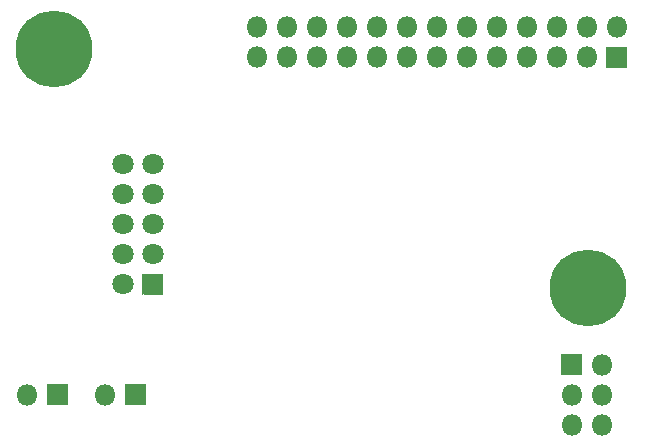
<source format=gbs>
G04 #@! TF.GenerationSoftware,KiCad,Pcbnew,(5.1.10-1-10_14)*
G04 #@! TF.CreationDate,2021-11-11T19:55:44+01:00*
G04 #@! TF.ProjectId,Demo Project 01,44656d6f-2050-4726-9f6a-656374203031,mk0*
G04 #@! TF.SameCoordinates,Original*
G04 #@! TF.FileFunction,Soldermask,Bot*
G04 #@! TF.FilePolarity,Negative*
%FSLAX46Y46*%
G04 Gerber Fmt 4.6, Leading zero omitted, Abs format (unit mm)*
G04 Created by KiCad (PCBNEW (5.1.10-1-10_14)) date 2021-11-11 19:55:44*
%MOMM*%
%LPD*%
G01*
G04 APERTURE LIST*
%ADD10O,1.802000X1.802000*%
%ADD11C,1.802000*%
%ADD12C,6.502000*%
%ADD13C,0.902000*%
%ADD14C,0.100000*%
G04 APERTURE END LIST*
D10*
X76327000Y-141351000D03*
G36*
G01*
X78017000Y-140450000D02*
X79717000Y-140450000D01*
G75*
G02*
X79768000Y-140501000I0J-51000D01*
G01*
X79768000Y-142201000D01*
G75*
G02*
X79717000Y-142252000I-51000J0D01*
G01*
X78017000Y-142252000D01*
G75*
G02*
X77966000Y-142201000I0J51000D01*
G01*
X77966000Y-140501000D01*
G75*
G02*
X78017000Y-140450000I51000J0D01*
G01*
G37*
G36*
G01*
X87832500Y-131380500D02*
X87832500Y-132652500D01*
G75*
G02*
X87567500Y-132917500I-265000J0D01*
G01*
X86295500Y-132917500D01*
G75*
G02*
X86030500Y-132652500I0J265000D01*
G01*
X86030500Y-131380500D01*
G75*
G02*
X86295500Y-131115500I265000J0D01*
G01*
X87567500Y-131115500D01*
G75*
G02*
X87832500Y-131380500I0J-265000D01*
G01*
G37*
D11*
X86931500Y-129476500D03*
X86931500Y-126936500D03*
X86931500Y-124396500D03*
X86931500Y-121856500D03*
X84391500Y-132016500D03*
X84391500Y-129476500D03*
X84391500Y-126936500D03*
X84391500Y-124396500D03*
X84391500Y-121856500D03*
G36*
G01*
X121527000Y-139661000D02*
X121527000Y-137961000D01*
G75*
G02*
X121578000Y-137910000I51000J0D01*
G01*
X123278000Y-137910000D01*
G75*
G02*
X123329000Y-137961000I0J-51000D01*
G01*
X123329000Y-139661000D01*
G75*
G02*
X123278000Y-139712000I-51000J0D01*
G01*
X121578000Y-139712000D01*
G75*
G02*
X121527000Y-139661000I0J51000D01*
G01*
G37*
D10*
X124968000Y-138811000D03*
X122428000Y-141351000D03*
X124968000Y-141351000D03*
X122428000Y-143891000D03*
X124968000Y-143891000D03*
X82931000Y-141351000D03*
G36*
G01*
X84621000Y-140450000D02*
X86321000Y-140450000D01*
G75*
G02*
X86372000Y-140501000I0J-51000D01*
G01*
X86372000Y-142201000D01*
G75*
G02*
X86321000Y-142252000I-51000J0D01*
G01*
X84621000Y-142252000D01*
G75*
G02*
X84570000Y-142201000I0J51000D01*
G01*
X84570000Y-140501000D01*
G75*
G02*
X84621000Y-140450000I51000J0D01*
G01*
G37*
G36*
G01*
X127088000Y-113677000D02*
X125388000Y-113677000D01*
G75*
G02*
X125337000Y-113626000I0J51000D01*
G01*
X125337000Y-111926000D01*
G75*
G02*
X125388000Y-111875000I51000J0D01*
G01*
X127088000Y-111875000D01*
G75*
G02*
X127139000Y-111926000I0J-51000D01*
G01*
X127139000Y-113626000D01*
G75*
G02*
X127088000Y-113677000I-51000J0D01*
G01*
G37*
X126238000Y-110236000D03*
X123698000Y-112776000D03*
X123698000Y-110236000D03*
X121158000Y-112776000D03*
X121158000Y-110236000D03*
X118618000Y-112776000D03*
X118618000Y-110236000D03*
X116078000Y-112776000D03*
X116078000Y-110236000D03*
X113538000Y-112776000D03*
X113538000Y-110236000D03*
X110998000Y-112776000D03*
X110998000Y-110236000D03*
X108458000Y-112776000D03*
X108458000Y-110236000D03*
X105918000Y-112776000D03*
X105918000Y-110236000D03*
X103378000Y-112776000D03*
X103378000Y-110236000D03*
X100838000Y-112776000D03*
X100838000Y-110236000D03*
X98298000Y-112776000D03*
X98298000Y-110236000D03*
X95758000Y-112776000D03*
X95758000Y-110236000D03*
D12*
X78587600Y-112064800D03*
D13*
X80987600Y-112064800D03*
X80284656Y-113761856D03*
X78587600Y-114464800D03*
X76890544Y-113761856D03*
X76187600Y-112064800D03*
X76890544Y-110367744D03*
X78587600Y-109664800D03*
X80284656Y-110367744D03*
X125522056Y-130636944D03*
X123825000Y-129934000D03*
X122127944Y-130636944D03*
X121425000Y-132334000D03*
X122127944Y-134031056D03*
X123825000Y-134734000D03*
X125522056Y-134031056D03*
X126225000Y-132334000D03*
D12*
X123825000Y-132334000D03*
D14*
G36*
X86032490Y-132652304D02*
G01*
X86037562Y-132703804D01*
X86052529Y-132753142D01*
X86076832Y-132798610D01*
X86109538Y-132838462D01*
X86149390Y-132871168D01*
X86194858Y-132895471D01*
X86244196Y-132910438D01*
X86295696Y-132915510D01*
X86297322Y-132916675D01*
X86297126Y-132918665D01*
X86295500Y-132919500D01*
X86213403Y-132919500D01*
X86213207Y-132919490D01*
X86172704Y-132915501D01*
X86172319Y-132915425D01*
X86139267Y-132905399D01*
X86138905Y-132905249D01*
X86108454Y-132888972D01*
X86108128Y-132888754D01*
X86081432Y-132866845D01*
X86081155Y-132866568D01*
X86059246Y-132839872D01*
X86059028Y-132839546D01*
X86042751Y-132809095D01*
X86042601Y-132808733D01*
X86032575Y-132775681D01*
X86032499Y-132775296D01*
X86028510Y-132734793D01*
X86028500Y-132734597D01*
X86028500Y-132652500D01*
X86029500Y-132650768D01*
X86031500Y-132650768D01*
X86032490Y-132652304D01*
G37*
G36*
X87833665Y-132650874D02*
G01*
X87834500Y-132652500D01*
X87834500Y-132734597D01*
X87834490Y-132734793D01*
X87830501Y-132775296D01*
X87830425Y-132775681D01*
X87820399Y-132808733D01*
X87820249Y-132809095D01*
X87803972Y-132839546D01*
X87803754Y-132839872D01*
X87781845Y-132866568D01*
X87781568Y-132866845D01*
X87754872Y-132888754D01*
X87754546Y-132888972D01*
X87724095Y-132905249D01*
X87723733Y-132905399D01*
X87690681Y-132915425D01*
X87690296Y-132915501D01*
X87649793Y-132919490D01*
X87649597Y-132919500D01*
X87567500Y-132919500D01*
X87565768Y-132918500D01*
X87565768Y-132916500D01*
X87567304Y-132915510D01*
X87618804Y-132910438D01*
X87668142Y-132895471D01*
X87713610Y-132871168D01*
X87753462Y-132838462D01*
X87786168Y-132798610D01*
X87810471Y-132753142D01*
X87825438Y-132703804D01*
X87830510Y-132652304D01*
X87831675Y-132650678D01*
X87833665Y-132650874D01*
G37*
G36*
X86297232Y-131114500D02*
G01*
X86297232Y-131116500D01*
X86295696Y-131117490D01*
X86244196Y-131122562D01*
X86194858Y-131137529D01*
X86149390Y-131161832D01*
X86109538Y-131194538D01*
X86076832Y-131234390D01*
X86052529Y-131279858D01*
X86037562Y-131329196D01*
X86032490Y-131380696D01*
X86031325Y-131382322D01*
X86029335Y-131382126D01*
X86028500Y-131380500D01*
X86028500Y-131298403D01*
X86028510Y-131298207D01*
X86032499Y-131257704D01*
X86032575Y-131257319D01*
X86042601Y-131224267D01*
X86042751Y-131223905D01*
X86059028Y-131193454D01*
X86059246Y-131193128D01*
X86081155Y-131166432D01*
X86081432Y-131166155D01*
X86108128Y-131144246D01*
X86108454Y-131144028D01*
X86138905Y-131127751D01*
X86139267Y-131127601D01*
X86172319Y-131117575D01*
X86172704Y-131117499D01*
X86213207Y-131113510D01*
X86213403Y-131113500D01*
X86295500Y-131113500D01*
X86297232Y-131114500D01*
G37*
G36*
X87649793Y-131113510D02*
G01*
X87690296Y-131117499D01*
X87690681Y-131117575D01*
X87723733Y-131127601D01*
X87724095Y-131127751D01*
X87754546Y-131144028D01*
X87754872Y-131144246D01*
X87781568Y-131166155D01*
X87781845Y-131166432D01*
X87803754Y-131193128D01*
X87803972Y-131193454D01*
X87820249Y-131223905D01*
X87820399Y-131224267D01*
X87830425Y-131257319D01*
X87830501Y-131257704D01*
X87834490Y-131298207D01*
X87834500Y-131298403D01*
X87834500Y-131380500D01*
X87833500Y-131382232D01*
X87831500Y-131382232D01*
X87830510Y-131380696D01*
X87825438Y-131329196D01*
X87810471Y-131279858D01*
X87786168Y-131234390D01*
X87753462Y-131194538D01*
X87713610Y-131161832D01*
X87668142Y-131137529D01*
X87618804Y-131122562D01*
X87567304Y-131117490D01*
X87565678Y-131116325D01*
X87565874Y-131114335D01*
X87567500Y-131113500D01*
X87649597Y-131113500D01*
X87649793Y-131113510D01*
G37*
M02*

</source>
